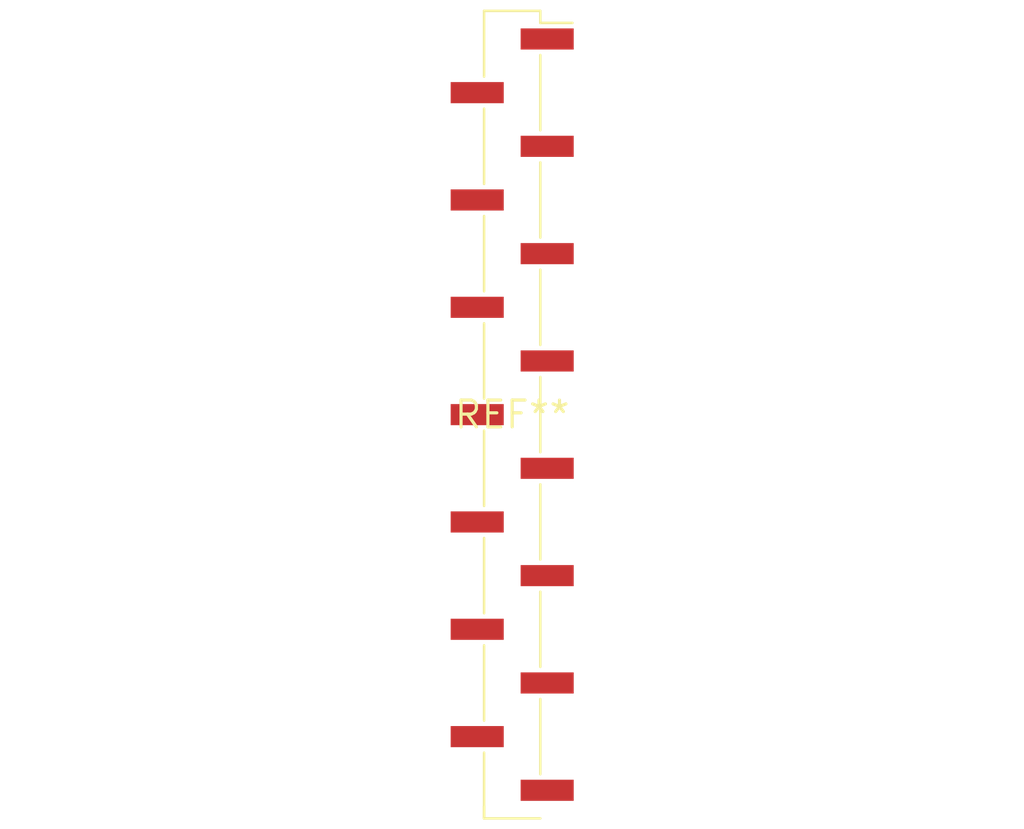
<source format=kicad_pcb>
(kicad_pcb (version 20240108) (generator pcbnew)
  (layers (0 "F.Cu" signal) (31 "B.Cu" signal) (34 "B.Paste" user) (35 "F.Paste" user) (36 "B.SilkS" user "B.Silkscreen") (37 "F.SilkS" user "F.Silkscreen") (38 "B.Mask" user) (39 "F.Mask" user) (44 "Edge.Cuts" user))
  (net 0 "")
  (footprint "PinHeader_1x15_P2.54mm_Vertical_SMD_Pin1Right" (layer "F.Cu") (at 0 0)
    (property "Reference" "REF**")
    (property "Value" "PinHeader_1x15_P2.54mm_Vertical_SMD_Pin1Right")
    (fp_line (start -1.33 -19.11) (end -1.33 -16) (layer "F.SilkS") (stroke (width 0.12)))
    (fp_line (start -1.33 -19.11) (end 1.33 -19.11) (layer "F.SilkS") (stroke (width 0.12)))
    (fp_line (start -1.33 -14.48) (end -1.33 -10.92) (layer "F.SilkS") (stroke (width 0.12)))
    (fp_line (start -1.33 -9.4) (end -1.33 -5.84) (layer "F.SilkS") (stroke (width 0.12)))
    (fp_line (start -1.33 -4.32) (end -1.33 -0.76) (layer "F.SilkS") (stroke (width 0.12)))
    (fp_line (start -1.33 0.76) (end -1.33 4.32) (layer "F.SilkS") (stroke (width 0.12)))
    (fp_line (start -1.33 5.84) (end -1.33 9.4) (layer "F.SilkS") (stroke (width 0.12)))
    (fp_line (start -1.33 10.92) (end -1.33 14.48) (layer "F.SilkS") (stroke (width 0.12)))
    (fp_line (start -1.33 16) (end -1.33 19.11) (layer "F.SilkS") (stroke (width 0.12)))
    (fp_line (start -1.33 18.54) (end -1.33 19.11) (layer "F.SilkS") (stroke (width 0.12)))
    (fp_line (start -1.33 19.11) (end 1.33 19.11) (layer "F.SilkS") (stroke (width 0.12)))
    (fp_line (start 1.33 -19.11) (end 1.33 -18.54) (layer "F.SilkS") (stroke (width 0.12)))
    (fp_line (start 1.33 -18.54) (end 2.85 -18.54) (layer "F.SilkS") (stroke (width 0.12)))
    (fp_line (start 1.33 -17.02) (end 1.33 -13.46) (layer "F.SilkS") (stroke (width 0.12)))
    (fp_line (start 1.33 -11.94) (end 1.33 -8.38) (layer "F.SilkS") (stroke (width 0.12)))
    (fp_line (start 1.33 -6.86) (end 1.33 -3.3) (layer "F.SilkS") (stroke (width 0.12)))
    (fp_line (start 1.33 -1.78) (end 1.33 1.78) (layer "F.SilkS") (stroke (width 0.12)))
    (fp_line (start 1.33 3.3) (end 1.33 6.86) (layer "F.SilkS") (stroke (width 0.12)))
    (fp_line (start 1.33 8.38) (end 1.33 11.94) (layer "F.SilkS") (stroke (width 0.12)))
    (fp_line (start 1.33 13.46) (end 1.33 17.02) (layer "F.SilkS") (stroke (width 0.12)))
    (pad "1" smd rect (at 1.655 -17.78) (size 2.51 1) (layers "F.Cu" "F.Paste" "F.Mask"))
    (pad "2" smd rect (at -1.655 -15.24) (size 2.51 1) (layers "F.Cu" "F.Paste" "F.Mask"))
    (pad "3" smd rect (at 1.655 -12.7) (size 2.51 1) (layers "F.Cu" "F.Paste" "F.Mask"))
    (pad "4" smd rect (at -1.655 -10.16) (size 2.51 1) (layers "F.Cu" "F.Paste" "F.Mask"))
    (pad "5" smd rect (at 1.655 -7.62) (size 2.51 1) (layers "F.Cu" "F.Paste" "F.Mask"))
    (pad "6" smd rect (at -1.655 -5.08) (size 2.51 1) (layers "F.Cu" "F.Paste" "F.Mask"))
    (pad "7" smd rect (at 1.655 -2.54) (size 2.51 1) (layers "F.Cu" "F.Paste" "F.Mask"))
    (pad "8" smd rect (at -1.655 0) (size 2.51 1) (layers "F.Cu" "F.Paste" "F.Mask"))
    (pad "9" smd rect (at 1.655 2.54) (size 2.51 1) (layers "F.Cu" "F.Paste" "F.Mask"))
    (pad "10" smd rect (at -1.655 5.08) (size 2.51 1) (layers "F.Cu" "F.Paste" "F.Mask"))
    (pad "11" smd rect (at 1.655 7.62) (size 2.51 1) (layers "F.Cu" "F.Paste" "F.Mask"))
    (pad "12" smd rect (at -1.655 10.16) (size 2.51 1) (layers "F.Cu" "F.Paste" "F.Mask"))
    (pad "13" smd rect (at 1.655 12.7) (size 2.51 1) (layers "F.Cu" "F.Paste" "F.Mask"))
    (pad "14" smd rect (at -1.655 15.24) (size 2.51 1) (layers "F.Cu" "F.Paste" "F.Mask"))
    (pad "15" smd rect (at 1.655 17.78) (size 2.51 1) (layers "F.Cu" "F.Paste" "F.Mask"))
  )
)
</source>
